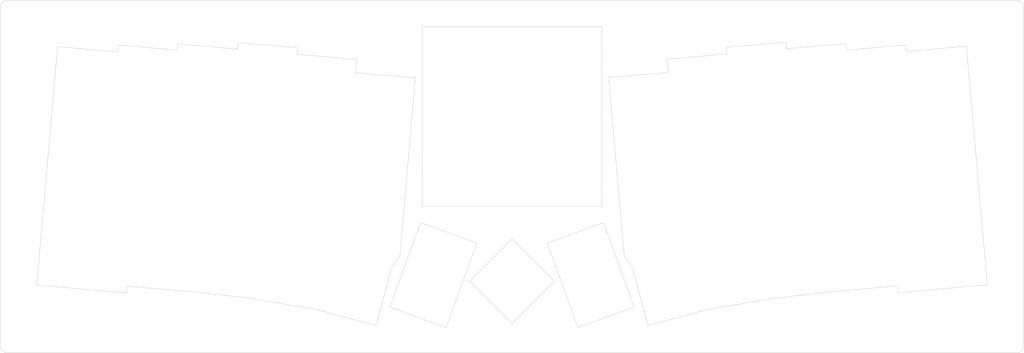
<source format=kicad_pcb>
(kicad_pcb (version 20171130) (host pcbnew "(5.1.12)-1")

  (general
    (thickness 1.6)
    (drawings 72)
    (tracks 0)
    (zones 0)
    (modules 10)
    (nets 1)
  )

  (page A3)
  (layers
    (0 F.Cu signal)
    (31 B.Cu signal)
    (32 B.Adhes user)
    (33 F.Adhes user)
    (34 B.Paste user)
    (35 F.Paste user)
    (36 B.SilkS user)
    (37 F.SilkS user)
    (38 B.Mask user)
    (39 F.Mask user)
    (40 Dwgs.User user)
    (41 Cmts.User user)
    (42 Eco1.User user)
    (43 Eco2.User user)
    (44 Edge.Cuts user)
    (45 Margin user)
    (46 B.CrtYd user)
    (47 F.CrtYd user)
    (48 B.Fab user)
    (49 F.Fab user)
  )

  (setup
    (last_trace_width 0.25)
    (user_trace_width 0.5)
    (user_trace_width 0.5)
    (trace_clearance 0.2)
    (zone_clearance 0.508)
    (zone_45_only no)
    (trace_min 0.2)
    (via_size 0.8)
    (via_drill 0.4)
    (via_min_size 0.4)
    (via_min_drill 0.3)
    (uvia_size 0.3)
    (uvia_drill 0.1)
    (uvias_allowed no)
    (uvia_min_size 0.2)
    (uvia_min_drill 0.1)
    (edge_width 0.1)
    (segment_width 0.2)
    (pcb_text_width 0.3)
    (pcb_text_size 1.5 1.5)
    (mod_edge_width 0.15)
    (mod_text_size 1 1)
    (mod_text_width 0.15)
    (pad_size 2.2 2.2)
    (pad_drill 2.2)
    (pad_to_mask_clearance 0)
    (aux_axis_origin 0 0)
    (visible_elements 7FFFFFFF)
    (pcbplotparams
      (layerselection 0x01000_7ffffffe)
      (usegerberextensions true)
      (usegerberattributes false)
      (usegerberadvancedattributes false)
      (creategerberjobfile false)
      (excludeedgelayer true)
      (linewidth 0.100000)
      (plotframeref false)
      (viasonmask false)
      (mode 1)
      (useauxorigin false)
      (hpglpennumber 1)
      (hpglpenspeed 20)
      (hpglpendiameter 15.000000)
      (psnegative false)
      (psa4output false)
      (plotreference true)
      (plotvalue true)
      (plotinvisibletext false)
      (padsonsilk false)
      (subtractmaskfromsilk false)
      (outputformat 4)
      (mirror false)
      (drillshape 0)
      (scaleselection 1)
      (outputdirectory "C:/Users/サリチル酸/Desktop/"))
  )

  (net 0 "")

  (net_class Default "これはデフォルトのネット クラスです。"
    (clearance 0.2)
    (trace_width 0.25)
    (via_dia 0.8)
    (via_drill 0.4)
    (uvia_dia 0.3)
    (uvia_drill 0.1)
  )

  (module kbd_Hole:m2_Screw_Hole_EdgeCuts (layer F.Cu) (tedit 5DA73E67) (tstamp 60A2FDC4)
    (at 331.825 120.25)
    (descr "Mounting Hole 2.2mm, no annular, M2")
    (tags "mounting hole 2.2mm no annular m2")
    (path /629E70FB)
    (attr virtual)
    (fp_text reference J17 (at 0 -3.2) (layer F.Fab) hide
      (effects (font (size 1 1) (thickness 0.15)))
    )
    (fp_text value Conn_01x01 (at 0 3.2) (layer F.Fab) hide
      (effects (font (size 1 1) (thickness 0.15)))
    )
    (fp_circle (center 0 0) (end 1.1 0) (layer Edge.Cuts) (width 0.01))
    (fp_text user %R (at 0.3 0) (layer F.Fab) hide
      (effects (font (size 1 1) (thickness 0.15)))
    )
  )

  (module kbd_Hole:m2_Screw_Hole_EdgeCuts (layer F.Cu) (tedit 5DA73E67) (tstamp 60A2FDBE)
    (at 331.825 66.65)
    (descr "Mounting Hole 2.2mm, no annular, M2")
    (tags "mounting hole 2.2mm no annular m2")
    (path /629E70E7)
    (attr virtual)
    (fp_text reference J16 (at 0 -3.2) (layer F.Fab) hide
      (effects (font (size 1 1) (thickness 0.15)))
    )
    (fp_text value Conn_01x01 (at 0 3.2) (layer F.Fab) hide
      (effects (font (size 1 1) (thickness 0.15)))
    )
    (fp_circle (center 0 0) (end 1.1 0) (layer Edge.Cuts) (width 0.01))
    (fp_text user %R (at 0.3 0) (layer F.Fab) hide
      (effects (font (size 1 1) (thickness 0.15)))
    )
  )

  (module kbd_Hole:m2_Screw_Hole_EdgeCuts (layer F.Cu) (tedit 5DA73E67) (tstamp 60A2FDB8)
    (at 331.825 13.05)
    (descr "Mounting Hole 2.2mm, no annular, M2")
    (tags "mounting hole 2.2mm no annular m2")
    (path /5CC9EE7D)
    (attr virtual)
    (fp_text reference J15 (at 0 -3.2) (layer F.Fab) hide
      (effects (font (size 1 1) (thickness 0.15)))
    )
    (fp_text value Conn_01x01 (at 0 3.2) (layer F.Fab) hide
      (effects (font (size 1 1) (thickness 0.15)))
    )
    (fp_circle (center 0 0) (end 1.1 0) (layer Edge.Cuts) (width 0.01))
    (fp_text user %R (at 0.3 0) (layer F.Fab) hide
      (effects (font (size 1 1) (thickness 0.15)))
    )
  )

  (module kbd_Hole:m2_Screw_Hole_EdgeCuts (layer F.Cu) (tedit 5DA73E67) (tstamp 60A2FDB2)
    (at 234.325 120.25)
    (descr "Mounting Hole 2.2mm, no annular, M2")
    (tags "mounting hole 2.2mm no annular m2")
    (path /5CC48CD6)
    (attr virtual)
    (fp_text reference J14 (at 0 -3.2) (layer F.Fab) hide
      (effects (font (size 1 1) (thickness 0.15)))
    )
    (fp_text value Conn_01x01 (at 0 3.2) (layer F.Fab) hide
      (effects (font (size 1 1) (thickness 0.15)))
    )
    (fp_circle (center 0 0) (end 1.1 0) (layer Edge.Cuts) (width 0.01))
    (fp_text user %R (at 0.3 0) (layer F.Fab) hide
      (effects (font (size 1 1) (thickness 0.15)))
    )
  )

  (module kbd_Hole:m2_Screw_Hole_EdgeCuts (layer F.Cu) (tedit 5DA73E67) (tstamp 60A2FDAC)
    (at 108.575 120.25)
    (descr "Mounting Hole 2.2mm, no annular, M2")
    (tags "mounting hole 2.2mm no annular m2")
    (path /629102FD)
    (attr virtual)
    (fp_text reference J13 (at 0 -3.2) (layer F.Fab) hide
      (effects (font (size 1 1) (thickness 0.15)))
    )
    (fp_text value Conn_01x01 (at 0 3.2) (layer F.Fab) hide
      (effects (font (size 1 1) (thickness 0.15)))
    )
    (fp_circle (center 0 0) (end 1.1 0) (layer Edge.Cuts) (width 0.01))
    (fp_text user %R (at 0.3 0) (layer F.Fab) hide
      (effects (font (size 1 1) (thickness 0.15)))
    )
  )

  (module kbd_Hole:m2_Screw_Hole_EdgeCuts (layer F.Cu) (tedit 5DA73E67) (tstamp 60A2FDA6)
    (at 234.325 13.05)
    (descr "Mounting Hole 2.2mm, no annular, M2")
    (tags "mounting hole 2.2mm no annular m2")
    (path /629102E9)
    (attr virtual)
    (fp_text reference J12 (at 0 -3.2) (layer F.Fab) hide
      (effects (font (size 1 1) (thickness 0.15)))
    )
    (fp_text value Conn_01x01 (at 0 3.2) (layer F.Fab) hide
      (effects (font (size 1 1) (thickness 0.15)))
    )
    (fp_circle (center 0 0) (end 1.1 0) (layer Edge.Cuts) (width 0.01))
    (fp_text user %R (at 0.3 0) (layer F.Fab) hide
      (effects (font (size 1 1) (thickness 0.15)))
    )
  )

  (module kbd_Hole:m2_Screw_Hole_EdgeCuts (layer F.Cu) (tedit 5DA73E67) (tstamp 60A2FDA0)
    (at 108.575 13.05)
    (descr "Mounting Hole 2.2mm, no annular, M2")
    (tags "mounting hole 2.2mm no annular m2")
    (path /64540392)
    (attr virtual)
    (fp_text reference J11 (at 0 -3.2) (layer F.Fab) hide
      (effects (font (size 1 1) (thickness 0.15)))
    )
    (fp_text value Conn_01x01 (at 0 3.2) (layer F.Fab) hide
      (effects (font (size 1 1) (thickness 0.15)))
    )
    (fp_circle (center 0 0) (end 1.1 0) (layer Edge.Cuts) (width 0.01))
    (fp_text user %R (at 0.3 0) (layer F.Fab) hide
      (effects (font (size 1 1) (thickness 0.15)))
    )
  )

  (module kbd_Hole:m2_Screw_Hole_EdgeCuts (layer F.Cu) (tedit 5DA73E67) (tstamp 60A2FD9A)
    (at 11.075 120.25)
    (descr "Mounting Hole 2.2mm, no annular, M2")
    (tags "mounting hole 2.2mm no annular m2")
    (path /6454037E)
    (attr virtual)
    (fp_text reference J10 (at 0 -3.2) (layer F.Fab) hide
      (effects (font (size 1 1) (thickness 0.15)))
    )
    (fp_text value Conn_01x01 (at 0 3.2) (layer F.Fab) hide
      (effects (font (size 1 1) (thickness 0.15)))
    )
    (fp_circle (center 0 0) (end 1.1 0) (layer Edge.Cuts) (width 0.01))
    (fp_text user %R (at 0.3 0) (layer F.Fab) hide
      (effects (font (size 1 1) (thickness 0.15)))
    )
  )

  (module kbd_Hole:m2_Screw_Hole_EdgeCuts (layer F.Cu) (tedit 5DA73E67) (tstamp 60A2FD94)
    (at 11.075 66.65)
    (descr "Mounting Hole 2.2mm, no annular, M2")
    (tags "mounting hole 2.2mm no annular m2")
    (path /629E7105)
    (attr virtual)
    (fp_text reference J9 (at 0 -3.2) (layer F.Fab) hide
      (effects (font (size 1 1) (thickness 0.15)))
    )
    (fp_text value Conn_01x01 (at 0 3.2) (layer F.Fab) hide
      (effects (font (size 1 1) (thickness 0.15)))
    )
    (fp_circle (center 0 0) (end 1.1 0) (layer Edge.Cuts) (width 0.01))
    (fp_text user %R (at 0.3 0) (layer F.Fab) hide
      (effects (font (size 1 1) (thickness 0.15)))
    )
  )

  (module kbd_Hole:m2_Screw_Hole_EdgeCuts (layer F.Cu) (tedit 5DA73E67) (tstamp 60A2FD8E)
    (at 11.075 13.05)
    (descr "Mounting Hole 2.2mm, no annular, M2")
    (tags "mounting hole 2.2mm no annular m2")
    (path /629E70F1)
    (attr virtual)
    (fp_text reference J8 (at 0 -3.2) (layer F.Fab) hide
      (effects (font (size 1 1) (thickness 0.15)))
    )
    (fp_text value Conn_01x01 (at 0 3.2) (layer F.Fab) hide
      (effects (font (size 1 1) (thickness 0.15)))
    )
    (fp_circle (center 0 0) (end 1.1 0) (layer Edge.Cuts) (width 0.01))
    (fp_text user %R (at 0.3 0) (layer F.Fab) hide
      (effects (font (size 1 1) (thickness 0.15)))
    )
  )

  (gr_line (start 69.039217 103.235511) (end 67.77855 103.186261) (layer Edge.Cuts) (width 0.15) (tstamp 61F167E7))
  (gr_line (start 89.446051 105.653542) (end 87.966761 105.392033) (layer Edge.Cuts) (width 0.15) (tstamp 61F167E3))
  (gr_line (start 109.778055 109.128942) (end 108.234792 108.797699) (layer Edge.Cuts) (width 0.15) (tstamp 61F167E0))
  (gr_line (start 135.73262 92.204862) (end 133.109445 95.658558) (layer Edge.Cuts) (width 0.15) (tstamp 61F167DB))
  (gr_line (start 275.0734 103.163564) (end 273.860783 103.235511) (layer Edge.Cuts) (width 0.15) (tstamp 61F1677E))
  (gr_line (start 254.933239 105.392033) (end 253.453949 105.653542) (layer Edge.Cuts) (width 0.15) (tstamp 61F16774))
  (gr_line (start 234.665208 108.797699) (end 233.121945 109.128942) (layer Edge.Cuts) (width 0.15) (tstamp 61F16763))
  (gr_line (start 209.790555 95.658558) (end 207.187281 92.088084) (layer Edge.Cuts) (width 0.15) (tstamp 61F16757))
  (gr_line (start 316.058932 25.194745) (end 322.700199 101.104781) (layer Edge.Cuts) (width 0.15))
  (gr_line (start 297.081423 26.855062) (end 316.058932 25.194745) (layer Edge.Cuts) (width 0.15))
  (gr_line (start 296.898396 24.763053) (end 297.081423 26.855062) (layer Edge.Cuts) (width 0.15))
  (gr_line (start 277.920887 26.42337) (end 296.898396 24.763053) (layer Edge.Cuts) (width 0.15))
  (gr_line (start 277.73786 24.331361) (end 277.920887 26.42337) (layer Edge.Cuts) (width 0.15))
  (gr_line (start 258.760351 25.991678) (end 277.73786 24.331361) (layer Edge.Cuts) (width 0.15))
  (gr_line (start 258.577324 23.899669) (end 258.760351 25.991678) (layer Edge.Cuts) (width 0.15))
  (gr_line (start 239.599815 25.559986) (end 258.577324 23.899669) (layer Edge.Cuts) (width 0.15))
  (gr_line (start 239.782842 27.651995) (end 239.599815 25.559986) (layer Edge.Cuts) (width 0.15))
  (gr_line (start 220.805333 29.312312) (end 239.782842 27.651995) (layer Edge.Cuts) (width 0.15))
  (gr_line (start 221.171387 33.496329) (end 220.805333 29.312312) (layer Edge.Cuts) (width 0.15))
  (gr_line (start 202.193878 35.156646) (end 221.171387 33.496329) (layer Edge.Cuts) (width 0.15))
  (gr_line (start 207.187281 92.088084) (end 202.193878 35.156646) (layer Edge.Cuts) (width 0.15))
  (gr_line (start 294.050909 101.503247) (end 275.0734 103.163564) (layer Edge.Cuts) (width 0.15))
  (gr_line (start 294.233936 103.595256) (end 294.050909 101.503247) (layer Edge.Cuts) (width 0.15))
  (gr_line (start 322.700199 101.104781) (end 294.233936 103.595256) (layer Edge.Cuts) (width 0.15))
  (gr_line (start 273.860783 103.235511) (end 254.933239 105.392033) (layer Edge.Cuts) (width 0.15))
  (gr_line (start 253.453949 105.653542) (end 234.665208 108.797699) (layer Edge.Cuts) (width 0.15))
  (gr_line (start 214.721058 114.059445) (end 233.121945 109.128942) (layer Edge.Cuts) (width 0.15))
  (gr_line (start 209.790555 95.658558) (end 214.721058 114.059445) (layer Edge.Cuts) (width 0.15))
  (gr_line (start 210.337185 108.180616) (end 200.563959 81.3289) (layer Edge.Cuts) (width 0.15))
  (gr_line (start 192.436041 114.6961) (end 210.337185 108.180616) (layer Edge.Cuts) (width 0.15))
  (gr_line (start 182.662815 87.844384) (end 192.436041 114.6961) (layer Edge.Cuts) (width 0.15))
  (gr_line (start 200.563959 81.3289) (end 182.662815 87.844384) (layer Edge.Cuts) (width 0.15))
  (gr_line (start 142.8875 76.2) (end 142.875 19.05) (layer Edge.Cuts) (width 0.15))
  (gr_line (start 200.0375 76.2) (end 142.8875 76.2) (layer Edge.Cuts) (width 0.15))
  (gr_line (start 200.025 19.05) (end 200.0375 76.2) (layer Edge.Cuts) (width 0.15))
  (gr_line (start 142.875 19.05) (end 200.025 19.05) (layer Edge.Cuts) (width 0.15))
  (gr_line (start 184.920384 100.0125) (end 171.45 86.542116) (layer Edge.Cuts) (width 0.15))
  (gr_line (start 171.45 113.482884) (end 184.920384 100.0125) (layer Edge.Cuts) (width 0.15))
  (gr_line (start 157.979616 100.0125) (end 171.45 113.482884) (layer Edge.Cuts) (width 0.15))
  (gr_line (start 171.45 86.542116) (end 157.979616 100.0125) (layer Edge.Cuts) (width 0.15))
  (gr_line (start 132.562815 108.180616) (end 142.336041 81.3289) (layer Edge.Cuts) (width 0.15))
  (gr_line (start 150.463959 114.6961) (end 132.562815 108.180616) (layer Edge.Cuts) (width 0.15))
  (gr_line (start 160.237185 87.844384) (end 150.463959 114.6961) (layer Edge.Cuts) (width 0.15))
  (gr_line (start 142.336041 81.3289) (end 160.237185 87.844384) (layer Edge.Cuts) (width 0.15))
  (gr_line (start 128.178942 114.059445) (end 109.778055 109.128942) (layer Edge.Cuts) (width 0.15))
  (gr_line (start 133.109445 95.658558) (end 128.178942 114.059445) (layer Edge.Cuts) (width 0.15))
  (gr_line (start 108.234792 108.797699) (end 89.446051 105.653542) (layer Edge.Cuts) (width 0.15))
  (gr_line (start 87.966761 105.392033) (end 69.039217 103.235511) (layer Edge.Cuts) (width 0.15))
  (gr_line (start 20.194797 101.21938) (end 26.836065 25.309344) (layer Edge.Cuts) (width 0.15))
  (gr_line (start 48.66106 103.709855) (end 20.194797 101.21938) (layer Edge.Cuts) (width 0.15))
  (gr_line (start 48.801041 101.525944) (end 48.66106 103.709855) (layer Edge.Cuts) (width 0.15))
  (gr_line (start 67.77855 103.186261) (end 48.801041 101.525944) (layer Edge.Cuts) (width 0.15))
  (gr_line (start 140.701118 35.271246) (end 135.73262 92.204862) (layer Edge.Cuts) (width 0.15))
  (gr_line (start 121.723609 33.610929) (end 140.701118 35.271246) (layer Edge.Cuts) (width 0.15))
  (gr_line (start 122.089664 29.426911) (end 121.723609 33.610929) (layer Edge.Cuts) (width 0.15))
  (gr_line (start 103.112155 27.766594) (end 122.089664 29.426911) (layer Edge.Cuts) (width 0.15))
  (gr_line (start 103.295182 25.674585) (end 103.112155 27.766594) (layer Edge.Cuts) (width 0.15))
  (gr_line (start 84.317673 24.014268) (end 103.295182 25.674585) (layer Edge.Cuts) (width 0.15))
  (gr_line (start 84.134646 26.106277) (end 84.317673 24.014268) (layer Edge.Cuts) (width 0.15))
  (gr_line (start 65.157137 24.44596) (end 84.134646 26.106277) (layer Edge.Cuts) (width 0.15))
  (gr_line (start 64.918611 26.444976) (end 65.157137 24.44596) (layer Edge.Cuts) (width 0.15))
  (gr_line (start 45.941102 24.784659) (end 64.918611 26.444976) (layer Edge.Cuts) (width 0.15))
  (gr_line (start 45.813574 26.969661) (end 45.941102 24.784659) (layer Edge.Cuts) (width 0.15))
  (gr_line (start 26.836065 25.309344) (end 45.813574 26.969661) (layer Edge.Cuts) (width 0.15))
  (gr_line (start 10.075 122.75) (end 8.575 121.25) (layer Edge.Cuts) (width 0.15) (tstamp 60883451))
  (gr_line (start 334.325 12.05) (end 332.825 10.55) (layer Edge.Cuts) (width 0.15) (tstamp 60883444))
  (gr_line (start 8.575 12.05) (end 10.075 10.55) (layer Edge.Cuts) (width 0.15) (tstamp 60883437))
  (gr_line (start 332.825 122.75) (end 334.325 121.25) (layer Edge.Cuts) (width 0.15))
  (gr_line (start 10.075 122.75) (end 332.825 122.75) (layer Edge.Cuts) (width 0.15))
  (gr_line (start 8.575 12.05) (end 8.575 121.25) (layer Edge.Cuts) (width 0.15))
  (gr_line (start 332.825 10.55) (end 10.075 10.55) (layer Edge.Cuts) (width 0.15))
  (gr_line (start 334.325 121.25) (end 334.325 12.05) (layer Edge.Cuts) (width 0.15))

)

</source>
